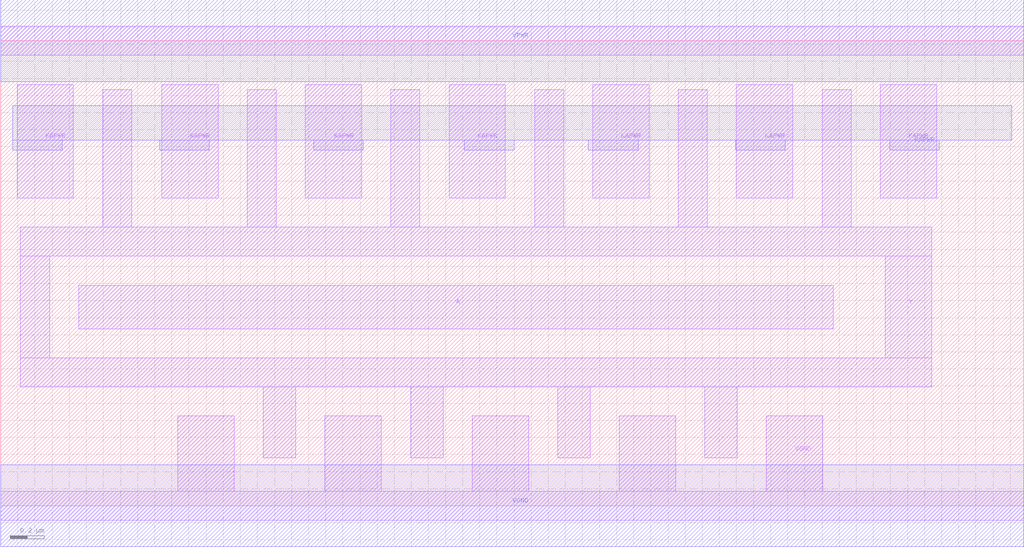
<source format=lef>
# Copyright 2020 The SkyWater PDK Authors
#
# Licensed under the Apache License, Version 2.0 (the "License");
# you may not use this file except in compliance with the License.
# You may obtain a copy of the License at
#
#     https://www.apache.org/licenses/LICENSE-2.0
#
# Unless required by applicable law or agreed to in writing, software
# distributed under the License is distributed on an "AS IS" BASIS,
# WITHOUT WARRANTIES OR CONDITIONS OF ANY KIND, either express or implied.
# See the License for the specific language governing permissions and
# limitations under the License.
#
# SPDX-License-Identifier: Apache-2.0

VERSION 5.5 ;
NAMESCASESENSITIVE ON ;
BUSBITCHARS "[]" ;
DIVIDERCHAR "/" ;
MACRO sky130_fd_sc_hd__lpflow_clkinvkapwr_8
  CLASS CORE ;
  SOURCE USER ;
  ORIGIN  0.000000  0.000000 ;
  SIZE  5.980000 BY  2.720000 ;
  SYMMETRY X Y R90 ;
  SITE unithd ;
  PIN A
    ANTENNAGATEAREA  2.304000 ;
    DIRECTION INPUT ;
    USE SIGNAL ;
    PORT
      LAYER li1 ;
        RECT 0.455000 1.035000 4.865000 1.290000 ;
    END
  END A
  PIN Y
    ANTENNADIFFAREA  2.090400 ;
    DIRECTION OUTPUT ;
    USE SIGNAL ;
    PORT
      LAYER li1 ;
        RECT 0.115000 0.695000 5.440000 0.865000 ;
        RECT 0.115000 0.865000 0.285000 1.460000 ;
        RECT 0.115000 1.460000 5.440000 1.630000 ;
        RECT 0.595000 1.630000 0.765000 2.435000 ;
        RECT 1.440000 1.630000 1.610000 2.435000 ;
        RECT 1.535000 0.280000 1.725000 0.695000 ;
        RECT 2.280000 1.630000 2.450000 2.435000 ;
        RECT 2.395000 0.280000 2.585000 0.695000 ;
        RECT 3.120000 1.630000 3.290000 2.435000 ;
        RECT 3.255000 0.280000 3.445000 0.695000 ;
        RECT 3.960000 1.630000 4.130000 2.435000 ;
        RECT 4.115000 0.280000 4.305000 0.695000 ;
        RECT 4.800000 1.630000 4.970000 2.435000 ;
        RECT 5.170000 0.865000 5.440000 1.460000 ;
    END
  END Y
  PIN KAPWR
    DIRECTION INOUT ;
    SHAPE ABUTMENT ;
    USE POWER ;
    PORT
      LAYER li1 ;
        RECT 0.095000 1.800000 0.425000 2.465000 ;
    END
    PORT
      LAYER li1 ;
        RECT 0.940000 1.800000 1.270000 2.465000 ;
    END
    PORT
      LAYER li1 ;
        RECT 1.780000 1.800000 2.110000 2.465000 ;
    END
    PORT
      LAYER li1 ;
        RECT 2.620000 1.800000 2.950000 2.465000 ;
    END
    PORT
      LAYER li1 ;
        RECT 3.460000 1.800000 3.790000 2.465000 ;
    END
    PORT
      LAYER li1 ;
        RECT 4.300000 1.800000 4.630000 2.465000 ;
    END
    PORT
      LAYER li1 ;
        RECT 5.140000 1.800000 5.470000 2.465000 ;
    END
    PORT
      LAYER met1 ;
        RECT 0.070000 2.080000 0.360000 2.140000 ;
        RECT 0.070000 2.140000 5.910000 2.340000 ;
        RECT 0.930000 2.080000 1.220000 2.140000 ;
        RECT 1.830000 2.080000 2.120000 2.140000 ;
        RECT 2.710000 2.080000 3.000000 2.140000 ;
        RECT 3.435000 2.080000 3.725000 2.140000 ;
        RECT 4.295000 2.080000 4.585000 2.140000 ;
        RECT 5.195000 2.080000 5.485000 2.140000 ;
    END
  END KAPWR
  PIN VGND
    DIRECTION INOUT ;
    SHAPE ABUTMENT ;
    USE GROUND ;
    PORT
      LAYER li1 ;
        RECT 0.000000 -0.085000 5.980000 0.085000 ;
        RECT 1.035000  0.085000 1.365000 0.525000 ;
        RECT 1.895000  0.085000 2.225000 0.525000 ;
        RECT 2.755000  0.085000 3.085000 0.525000 ;
        RECT 3.615000  0.085000 3.945000 0.525000 ;
        RECT 4.475000  0.085000 4.805000 0.525000 ;
    END
    PORT
      LAYER met1 ;
        RECT 0.000000 -0.240000 5.980000 0.240000 ;
    END
  END VGND
  PIN VNB
    DIRECTION INOUT ;
    USE GROUND ;
    PORT
    END
  END VNB
  PIN VPB
    DIRECTION INOUT ;
    USE POWER ;
    PORT
    END
  END VPB
  PIN VPWR
    DIRECTION INOUT ;
    SHAPE ABUTMENT ;
    USE POWER ;
    PORT
      LAYER li1 ;
        RECT 0.000000 2.635000 5.980000 2.805000 ;
    END
    PORT
      LAYER met1 ;
        RECT 0.000000 2.480000 5.980000 2.960000 ;
    END
  END VPWR
  OBS
  END
END sky130_fd_sc_hd__lpflow_clkinvkapwr_8
END LIBRARY

</source>
